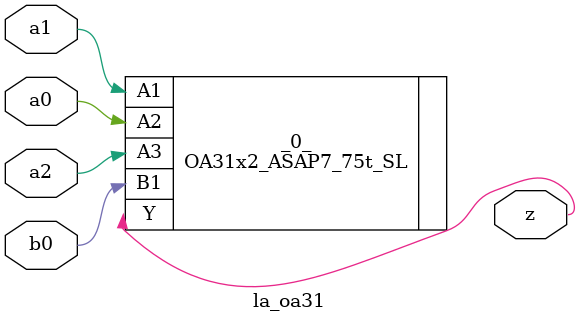
<source format=v>

/* Generated by Yosys 0.37 (git sha1 a5c7f69ed, clang 14.0.0-1ubuntu1.1 -fPIC -Os) */

module la_oa31(a0, a1, a2, b0, z);
  input a0;
  wire a0;
  input a1;
  wire a1;
  input a2;
  wire a2;
  input b0;
  wire b0;
  output z;
  wire z;
  OA31x2_ASAP7_75t_SL _0_ (
    .A1(a1),
    .A2(a0),
    .A3(a2),
    .B1(b0),
    .Y(z)
  );
endmodule

</source>
